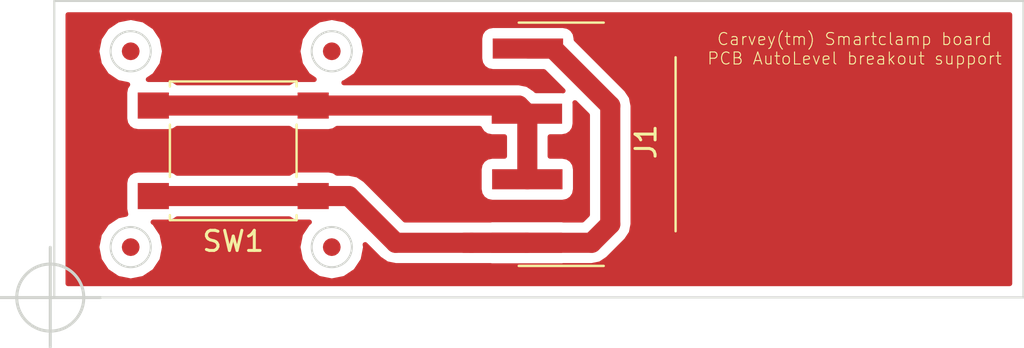
<source format=kicad_pcb>
(kicad_pcb (version 20170922) (host pcbnew "(2017-10-17 revision 537804b)-master")

(general
  (thickness 1.6)
  (drawings 10)
  (tracks 16)
  (zones 0)
  (modules 2)
  (nets 3)
)

(page A4)
(layers
  (0 F.Cu signal)
  (31 B.Cu signal)
  (32 B.Adhes user)
  (33 F.Adhes user)
  (34 B.Paste user)
  (35 F.Paste user)
  (36 B.SilkS user)
  (37 F.SilkS user)
  (38 B.Mask user)
  (39 F.Mask user)
  (40 Dwgs.User user)
  (41 Cmts.User user)
  (42 Eco1.User user)
  (43 Eco2.User user)
  (44 Edge.Cuts user)
  (45 Margin user)
  (46 B.CrtYd user)
  (47 F.CrtYd user)
  (48 B.Fab user)
  (49 F.Fab user hide)
)


(general
  (thickness 1.6)
  (drawings 10)
  (tracks 16)
  (zones 0)
  (modules 2)
  (nets 3)
)

(page A4)
(layers
  (0 F.Cu signal)
  (31 B.Cu signal)
  (32 B.Adhes user)
  (33 F.Adhes user)
  (34 B.Paste user)
  (35 F.Paste user)
  (36 B.SilkS user)
  (37 F.SilkS user)
  (38 B.Mask user)
  (39 F.Mask user)
  (40 Dwgs.User user)
  (41 Cmts.User user)
  (42 Eco1.User user)
  (43 Eco2.User user)
  (44 Edge.Cuts user)
  (45 Margin user)
  (46 B.CrtYd user)
  (47 F.CrtYd user)
  (48 B.Fab user)
  (49 F.Fab user hide)
)

(setup
  (last_trace_width 1)
  (user_trace_width 1)
  (user_trace_width 2)
  (trace_clearance 0.2)
  (zone_clearance 0.508)
  (zone_45_only no)
  (trace_min 0.2)
  (segment_width 0.2)
  (edge_width 0.15)
  (via_size 0.8)
  (via_drill 0.4)
  (via_min_size 0.4)
  (via_min_drill 0.3)
  (uvia_size 0.3)
  (uvia_drill 0.1)
  (uvias_allowed no)
  (uvia_min_size 0.2)
  (uvia_min_drill 0.1)
  (pcb_text_width 0.3)
  (pcb_text_size 1.5 1.5)
  (mod_edge_width 0.15)
  (mod_text_size 1 1)
  (mod_text_width 0.15)
  (pad_size 1.524 1.524)
  (pad_drill 0.762)
  (pad_to_mask_clearance 0.2)
  (aux_axis_origin 127.05 102.65)
  (visible_elements FFFFFF7F)
  (pcbplotparams
    (layerselection 0x00000_7fffffff)
    (usegerberextensions false)
    (usegerberattributes true)
    (usegerberadvancedattributes true)
    (creategerberjobfile true)
    (excludeedgelayer true)
    (linewidth 0.100000)
    (plotframeref false)
    (viasonmask false)
    (mode 1)
    (useauxorigin false)
    (hpglpennumber 1)
    (hpglpenspeed 20)
    (hpglpendiameter 15)
    (psnegative false)
    (psa4output false)
    (plotreference true)
    (plotvalue true)
    (plotinvisibletext false)
    (padsonsilk false)
    (subtractmaskfromsilk false)
    (outputformat 1)
    (mirror false)
    (drillshape 0)
    (scaleselection 1)
    (outputdirectory homefab))
)

(net 0 "")
(net 1 "Net-(J1-Pad1)")
(net 2 "Net-(J1-Pad2)")

(net_class Default "This is the default net class."
  (clearance 0.2)
  (trace_width 0.25)
  (via_dia 0.8)
  (via_drill 0.4)
  (uvia_dia 0.3)
  (uvia_drill 0.1)
  (add_net "Net-(J1-Pad1)")
  (add_net "Net-(J1-Pad2)")
)

  (module KiCad/Connectors_JST.pretty:JST_PH_S4B-PH-SM4-TB_04x2.00mm_Angled (layer F.Cu) (tedit 5ADDA1D9) (tstamp 5ADDA68A)
    (at 153.5 95.025 90)
    (descr "JST PH series connector, S4B-PH-SM4-TB, side entry type, surface mount, Datasheet: http://www.jst-mfg.com/product/pdf/eng/ePH.pdf")
    (tags "connector jst ph")
    (path /5ADC7CA7)
    (attr smd)
    (fp_text reference J1 (at 0.125 3 90) (layer F.SilkS)
      (effects (font (size 1 1) (thickness 0.15)))
    )
    (fp_text value Conn_01x04 (at 0 5.375 90) (layer F.Fab)
      (effects (font (size 1 1) (thickness 0.15)))
    )
    (fp_line (start -5.95 -3.225) (end -5.95 4.375) (layer F.Fab) (width 0.1))
    (fp_line (start -5.95 4.375) (end 5.95 4.375) (layer F.Fab) (width 0.1))
    (fp_line (start 5.95 4.375) (end 5.95 -3.225) (layer F.Fab) (width 0.1))
    (fp_line (start -6.05 -3.325) (end -6.05 0.9) (layer F.SilkS) (width 0.12))
    (fp_line (start 6.05 0.9) (end 6.05 -3.325) (layer F.SilkS) (width 0.12))
    (fp_line (start -4.325 4.475) (end 4.325 4.475) (layer F.SilkS) (width 0.12))
    (fp_line (start -6.6 -5.13) (end -6.6 5.07) (layer F.CrtYd) (width 0.05))
    (fp_line (start -6.6 5.07) (end 6.6 5.07) (layer F.CrtYd) (width 0.05))
    (fp_line (start 6.6 5.07) (end 6.6 -5.13) (layer F.CrtYd) (width 0.05))
    (fp_line (start 6.6 -5.13) (end -6.6 -5.13) (layer F.CrtYd) (width 0.05))
    (fp_text user %R (at 0 1.5 90) (layer F.Fab)
      (effects (font (size 1 1) (thickness 0.15)))
    )
    (pad 1 smd rect (at -4.9 -2.92 90) (size 1 3.5) (layers F.Cu F.Paste F.Mask)
      (net 1 "Net-(J1-Pad1)"))
    (pad 2 smd rect (at -1.74 -2.9 90) (size 1 3.5) (layers F.Cu F.Paste F.Mask)
      (net 2 "Net-(J1-Pad2)"))
    (pad 3 smd rect (at 1.52 -2.92 90) (size 1 3.5) (layers F.Cu F.Paste F.Mask)
      (net 2 "Net-(J1-Pad2)"))
    (pad 4 smd rect (at 4.76 -2.87 90) (size 1 3.5) (layers F.Cu F.Paste F.Mask)
      (net 1 "Net-(J1-Pad1)"))
    (model ${KISYS3DMOD}/Connectors_JST.3dshapes/JST_PH_S4B-PH-SM4-TB_04x2.00mm_Angled.wrl
      (at (xyz 0 0 0))
      (scale (xyz 1 1 1))
      (rotate (xyz 0 0 0))
    )
  )

  (module KiCad/Buttons_Switches_SMD.pretty:SW_SPST_B3S-1000 (layer F.Cu) (tedit 58724047) (tstamp 5AF17316)
    (at 135.975 95.35 180)
    (descr "Surface Mount Tactile Switch for High-Density Packaging")
    (tags "Tactile Switch")
    (path /5ADDB325)
    (attr smd)
    (fp_text reference SW1 (at 0 -4.5 180) (layer F.SilkS)
      (effects (font (size 1 1) (thickness 0.15)))
    )
    (fp_text value SW_Push_Dual (at 0 4.5 180) (layer F.Fab)
      (effects (font (size 1 1) (thickness 0.15)))
    )
    (fp_text user %R (at 0 -4.5 180) (layer F.Fab)
      (effects (font (size 1 1) (thickness 0.15)))
    )
    (fp_line (start -5 3.7) (end 5 3.7) (layer F.CrtYd) (width 0.05))
    (fp_line (start 5 3.7) (end 5 -3.7) (layer F.CrtYd) (width 0.05))
    (fp_line (start 5 -3.7) (end -5 -3.7) (layer F.CrtYd) (width 0.05))
    (fp_line (start -5 -3.7) (end -5 3.7) (layer F.CrtYd) (width 0.05))
    (fp_line (start -3.15 -3.2) (end -3.15 -3.45) (layer F.SilkS) (width 0.12))
    (fp_line (start -3.15 -3.45) (end 3.15 -3.45) (layer F.SilkS) (width 0.12))
    (fp_line (start 3.15 -3.45) (end 3.15 -3.2) (layer F.SilkS) (width 0.12))
    (fp_line (start -3.15 1.3) (end -3.15 -1.3) (layer F.SilkS) (width 0.12))
    (fp_line (start 3.15 3.2) (end 3.15 3.45) (layer F.SilkS) (width 0.12))
    (fp_line (start 3.15 3.45) (end -3.15 3.45) (layer F.SilkS) (width 0.12))
    (fp_line (start -3.15 3.45) (end -3.15 3.2) (layer F.SilkS) (width 0.12))
    (fp_line (start 3.15 -1.3) (end 3.15 1.3) (layer F.SilkS) (width 0.12))
    (fp_circle (center 0 0) (end 1.65 0) (layer F.Fab) (width 0.1))
    (fp_line (start -3 -3.3) (end 3 -3.3) (layer F.Fab) (width 0.1))
    (fp_line (start 3 -3.3) (end 3 3.3) (layer F.Fab) (width 0.1))
    (fp_line (start 3 3.3) (end -3 3.3) (layer F.Fab) (width 0.1))
    (fp_line (start -3 3.3) (end -3 -3.3) (layer F.Fab) (width 0.1))
    (pad 1 smd rect (at -3.975 -2.25 180) (size 1.55 1.3) (layers F.Cu F.Paste F.Mask)
      (net 1 "Net-(J1-Pad1)"))
    (pad 1 smd rect (at 3.975 -2.25 180) (size 1.55 1.3) (layers F.Cu F.Paste F.Mask)
      (net 1 "Net-(J1-Pad1)"))
    (pad 2 smd rect (at -3.975 2.25 180) (size 1.55 1.3) (layers F.Cu F.Paste F.Mask)
      (net 2 "Net-(J1-Pad2)"))
    (pad 2 smd rect (at 3.975 2.25 180) (size 1.55 1.3) (layers F.Cu F.Paste F.Mask)
      (net 2 "Net-(J1-Pad2)"))
    (model ${KISYS3DMOD}/Buttons_Switches_SMD.3dshapes/SW_SPST_B3S-1000.wrl
      (at (xyz 0 0 0))
      (scale (xyz 1 1 1))
      (rotate (xyz 0 0 0))
    )
  )

  (target plus (at 126.875 102.65) (size 5) (width 0.15) (layer Edge.Cuts))
  (gr_text "Carvey(tm) Smartclamp board\nPCB AutoLevel breakout support" (at 166.875 90.275) (layer F.SilkS)
    (effects (font (size 0.6 0.6) (thickness 0.05)))
  )
  (gr_circle (center 130.875 100.14) (end 131.875 100.14) (layer Edge.Cuts) (width 0.1))
  (gr_circle (center 140.875 100.14) (end 141.875 100.14) (layer Edge.Cuts) (width 0.1))
  (gr_line (start 127.075 87.9) (end 127.075 102.64) (layer Edge.Cuts) (width 0.1))
  (gr_line (start 175.275 102.64) (end 127.075 102.64) (layer Edge.Cuts) (width 0.1))
  (gr_line (start 127.075 87.9) (end 175.275 87.9) (layer Edge.Cuts) (width 0.1))
  (gr_circle (center 140.875 90.4) (end 141.875 90.4) (layer Edge.Cuts) (width 0.1))
  (gr_line (start 175.275 87.9) (end 175.275 102.64) (layer Edge.Cuts) (width 0.1))
  (gr_circle (center 130.875 90.4) (end 131.875 90.4) (layer Edge.Cuts) (width 0.1))

  (segment (start 132 97.6) (end 139.95 97.6) (width 1) (layer F.Cu) (net 1))
  (segment (start 139.95 97.6) (end 141.725 97.6) (width 1) (layer F.Cu) (net 1))
  (segment (start 141.725 97.6) (end 144.05 99.925) (width 1) (layer F.Cu) (net 1))
  (segment (start 144.05 99.925) (end 147.83 99.925) (width 1) (layer F.Cu) (net 1))
  (segment (start 147.83 99.925) (end 150.58 99.925) (width 1) (layer F.Cu) (net 1))
  (segment (start 147.475 99.925) (end 150.58 99.925) (width 1) (layer F.Cu) (net 1))
  (segment (start 154.725 99) (end 153.8 99.925) (width 1) (layer F.Cu) (net 1))
  (segment (start 153.8 99.925) (end 150.58 99.925) (width 1) (layer F.Cu) (net 1))
  (segment (start 154.725 93.11) (end 154.725 99) (width 1) (layer F.Cu) (net 1))
  (segment (start 150.63 90.265) (end 151.88 90.265) (width 1) (layer F.Cu) (net 1))
  (segment (start 151.88 90.265) (end 154.725 93.11) (width 1) (layer F.Cu) (net 1))
  (segment (start 139.95 93.1) (end 150.175 93.1) (width 1) (layer F.Cu) (net 2))
  (segment (start 150.175 93.1) (end 150.58 93.505) (width 1) (layer F.Cu) (net 2))
  (segment (start 132 93.1) (end 139.95 93.1) (width 1) (layer F.Cu) (net 2))
  (segment (start 150.6 96.765) (end 150.6 93.525) (width 1) (layer F.Cu) (net 2))
  (segment (start 150.6 93.525) (end 150.58 93.505) (width 1) (layer F.Cu) (net 2))

  (zone (net 0) (net_name "") (layer F.Cu) (tstamp 0) (hatch edge 0.508)
    (connect_pads (clearance 0.508))
    (min_thickness 0.254)
    (fill yes (arc_segments 16) (thermal_gap 0.508) (thermal_bridge_width 0.508))
    (polygon
      (pts
        (xy 127.325 88.3) (xy 175.025 88.125) (xy 175.05 102.35) (xy 127.2 102.35) (xy 127.275 88.3)
      )
    )
    (filled_polygon
      (pts
        (xy 174.59 101.955) (xy 127.76 101.955) (xy 127.76 90.4) (xy 129.19 90.4) (xy 129.318263 91.044822)
        (xy 129.683525 91.591475) (xy 130.230178 91.956737) (xy 130.725101 92.055183) (xy 130.626843 92.202235) (xy 130.57756 92.45)
        (xy 130.57756 93.75) (xy 130.626843 93.997765) (xy 130.767191 94.207809) (xy 130.977235 94.348157) (xy 131.225 94.39744)
        (xy 132.775 94.39744) (xy 133.022765 94.348157) (xy 133.192115 94.235) (xy 138.757885 94.235) (xy 138.927235 94.348157)
        (xy 139.175 94.39744) (xy 140.725 94.39744) (xy 140.972765 94.348157) (xy 141.142115 94.235) (xy 148.228309 94.235)
        (xy 148.231843 94.252765) (xy 148.372191 94.462809) (xy 148.582235 94.603157) (xy 148.83 94.65244) (xy 149.465 94.65244)
        (xy 149.465 95.61756) (xy 148.85 95.61756) (xy 148.602235 95.666843) (xy 148.392191 95.807191) (xy 148.251843 96.017235)
        (xy 148.20256 96.265) (xy 148.20256 97.265) (xy 148.251843 97.512765) (xy 148.392191 97.722809) (xy 148.602235 97.863157)
        (xy 148.85 97.91244) (xy 152.35 97.91244) (xy 152.597765 97.863157) (xy 152.807809 97.722809) (xy 152.948157 97.512765)
        (xy 152.99744 97.265) (xy 152.99744 96.265) (xy 152.948157 96.017235) (xy 152.807809 95.807191) (xy 152.597765 95.666843)
        (xy 152.35 95.61756) (xy 151.735 95.61756) (xy 151.735 94.65244) (xy 152.33 94.65244) (xy 152.577765 94.603157)
        (xy 152.787809 94.462809) (xy 152.928157 94.252765) (xy 152.97744 94.005) (xy 152.97744 93.005) (xy 152.968147 92.958279)
        (xy 153.59 93.580132) (xy 153.59 98.529867) (xy 153.329868 98.79) (xy 152.392541 98.79) (xy 152.33 98.77756)
        (xy 148.83 98.77756) (xy 148.767459 98.79) (xy 144.520133 98.79) (xy 142.527566 96.797434) (xy 142.479025 96.765)
        (xy 142.159346 96.551397) (xy 141.725 96.465) (xy 141.142115 96.465) (xy 140.972765 96.351843) (xy 140.725 96.30256)
        (xy 139.175 96.30256) (xy 138.927235 96.351843) (xy 138.757885 96.465) (xy 133.192115 96.465) (xy 133.022765 96.351843)
        (xy 132.775 96.30256) (xy 131.225 96.30256) (xy 130.977235 96.351843) (xy 130.767191 96.492191) (xy 130.626843 96.702235)
        (xy 130.57756 96.95) (xy 130.57756 98.25) (xy 130.626843 98.497765) (xy 130.630734 98.503588) (xy 130.230178 98.583263)
        (xy 129.683525 98.948525) (xy 129.318263 99.495178) (xy 129.19 100.14) (xy 129.318263 100.784822) (xy 129.683525 101.331475)
        (xy 130.230178 101.696737) (xy 130.875 101.825) (xy 131.519822 101.696737) (xy 132.066475 101.331475) (xy 132.431737 100.784822)
        (xy 132.56 100.14) (xy 132.431737 99.495178) (xy 132.066475 98.948525) (xy 131.990021 98.89744) (xy 132.775 98.89744)
        (xy 133.022765 98.848157) (xy 133.192115 98.735) (xy 138.757885 98.735) (xy 138.927235 98.848157) (xy 139.175 98.89744)
        (xy 139.759979 98.89744) (xy 139.683525 98.948525) (xy 139.318263 99.495178) (xy 139.19 100.14) (xy 139.318263 100.784822)
        (xy 139.683525 101.331475) (xy 140.230178 101.696737) (xy 140.875 101.825) (xy 141.519822 101.696737) (xy 142.066475 101.331475)
        (xy 142.431737 100.784822) (xy 142.56 100.14) (xy 142.535203 100.015335) (xy 143.247434 100.727567) (xy 143.615655 100.973604)
        (xy 144.05 101.06) (xy 148.767459 101.06) (xy 148.83 101.07244) (xy 152.33 101.07244) (xy 152.392541 101.06)
        (xy 153.8 101.06) (xy 154.234346 100.973603) (xy 154.602566 100.727566) (xy 155.527567 99.802566) (xy 155.773604 99.434345)
        (xy 155.86 99) (xy 155.86 93.11) (xy 155.789831 92.757235) (xy 155.773604 92.675655) (xy 155.527566 92.307434)
        (xy 153.02744 89.807308) (xy 153.02744 89.765) (xy 152.978157 89.517235) (xy 152.837809 89.307191) (xy 152.627765 89.166843)
        (xy 152.38 89.11756) (xy 148.88 89.11756) (xy 148.632235 89.166843) (xy 148.422191 89.307191) (xy 148.281843 89.517235)
        (xy 148.23256 89.765) (xy 148.23256 90.765) (xy 148.281843 91.012765) (xy 148.422191 91.222809) (xy 148.632235 91.363157)
        (xy 148.88 91.41244) (xy 151.422308 91.41244) (xy 152.376721 92.366853) (xy 152.33 92.35756) (xy 151.037692 92.35756)
        (xy 150.977566 92.297434) (xy 150.609346 92.051397) (xy 150.175 91.965) (xy 141.478281 91.965) (xy 141.519822 91.956737)
        (xy 142.066475 91.591475) (xy 142.431737 91.044822) (xy 142.56 90.4) (xy 142.431737 89.755178) (xy 142.066475 89.208525)
        (xy 141.519822 88.843263) (xy 140.875 88.715) (xy 140.230178 88.843263) (xy 139.683525 89.208525) (xy 139.318263 89.755178)
        (xy 139.19 90.4) (xy 139.318263 91.044822) (xy 139.683525 91.591475) (xy 139.999436 91.80256) (xy 139.175 91.80256)
        (xy 138.927235 91.851843) (xy 138.757885 91.965) (xy 133.192115 91.965) (xy 133.022765 91.851843) (xy 132.775 91.80256)
        (xy 131.750564 91.80256) (xy 132.066475 91.591475) (xy 132.431737 91.044822) (xy 132.56 90.4) (xy 132.431737 89.755178)
        (xy 132.066475 89.208525) (xy 131.519822 88.843263) (xy 130.875 88.715) (xy 130.230178 88.843263) (xy 129.683525 89.208525)
        (xy 129.318263 89.755178) (xy 129.19 90.4) (xy 127.76 90.4) (xy 127.76 88.585) (xy 174.59 88.585)
      )
    )
    (filled_polygon
      (pts
        (xy 140.995545 99.848978) (xy 141.097739 99.917261) (xy 141.166022 100.019455) (xy 141.19 100.14) (xy 141.166022 100.260545)
        (xy 141.097739 100.362739) (xy 140.995545 100.431022) (xy 140.875 100.455) (xy 140.754455 100.431022) (xy 140.652261 100.362739)
        (xy 140.583978 100.260545) (xy 140.56 100.14) (xy 140.583978 100.019455) (xy 140.652261 99.917261) (xy 140.754455 99.848978)
        (xy 140.875 99.825)
      )
    )
    (filled_polygon
      (pts
        (xy 130.995545 99.848978) (xy 131.097739 99.917261) (xy 131.166022 100.019455) (xy 131.19 100.14) (xy 131.166022 100.260545)
        (xy 131.097739 100.362739) (xy 130.995545 100.431022) (xy 130.875 100.455) (xy 130.754455 100.431022) (xy 130.652261 100.362739)
        (xy 130.583978 100.260545) (xy 130.56 100.14) (xy 130.583978 100.019455) (xy 130.652261 99.917261) (xy 130.754455 99.848978)
        (xy 130.875 99.825)
      )
    )
    (filled_polygon
      (pts
        (xy 140.995545 90.108978) (xy 141.097739 90.177261) (xy 141.166022 90.279455) (xy 141.19 90.4) (xy 141.166022 90.520545)
        (xy 141.097739 90.622739) (xy 140.995545 90.691022) (xy 140.875 90.715) (xy 140.754455 90.691022) (xy 140.652261 90.622739)
        (xy 140.583978 90.520545) (xy 140.56 90.4) (xy 140.583978 90.279455) (xy 140.652261 90.177261) (xy 140.754455 90.108978)
        (xy 140.875 90.085)
      )
    )
    (filled_polygon
      (pts
        (xy 130.995545 90.108978) (xy 131.097739 90.177261) (xy 131.166022 90.279455) (xy 131.19 90.4) (xy 131.166022 90.520545)
        (xy 131.097739 90.622739) (xy 130.995545 90.691022) (xy 130.875 90.715) (xy 130.754455 90.691022) (xy 130.652261 90.622739)
        (xy 130.583978 90.520545) (xy 130.56 90.4) (xy 130.583978 90.279455) (xy 130.652261 90.177261) (xy 130.754455 90.108978)
        (xy 130.875 90.085)
      )
    )
  )
)

</source>
